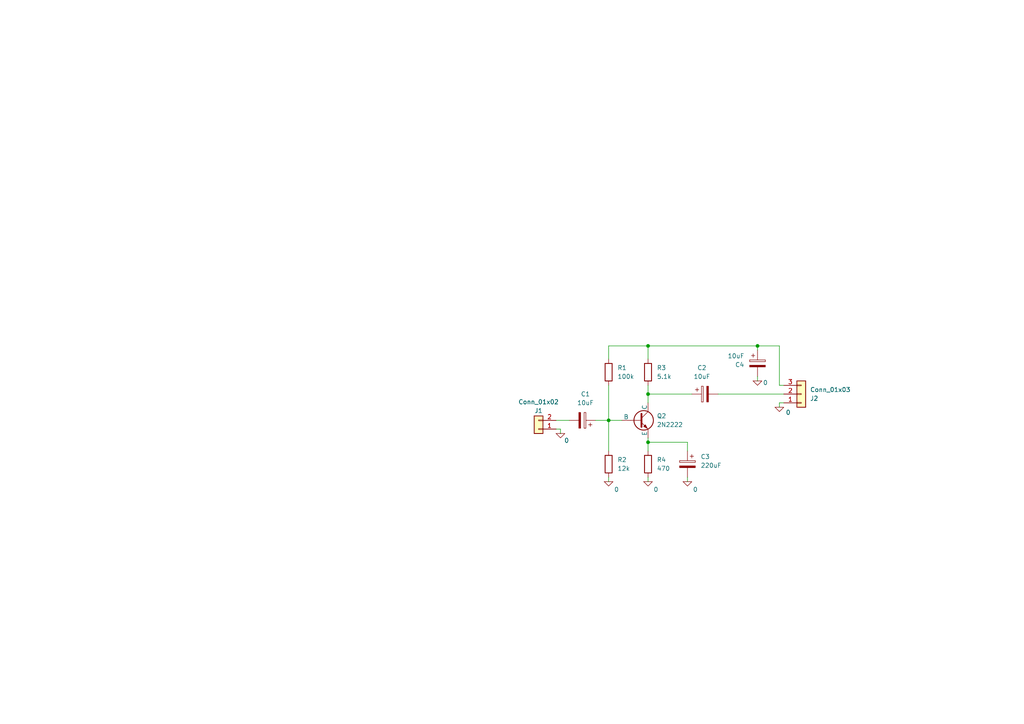
<source format=kicad_sch>
(kicad_sch (version 20250114) (generator "eeschema") (generator_version "9.0")
  (paper "A4")
  (lib_symbols
    (symbol "Connector_Generic:Conn_01x02" (pin_names (offset 1.016) (hide yes))
      (property "Reference" "J" (at 0 2.54 0))
      (property "Value" "Conn_01x02" (at 0 -5.08 0))
      (symbol "Conn_01x02_1_1"
        (rectangle (start -1.27 1.27) (end 1.27 -3.81) (stroke (width 0.254)) (fill (type background)))
        (rectangle (start -1.27 0.127) (end 0 -0.127) (stroke (width 0.1524)))
        (rectangle (start -1.27 -2.413) (end 0 -2.667) (stroke (width 0.1524)))
        (pin passive line (at -5.08 0 0) (length 3.81) (name "Pin_1") (number "1"))
        (pin passive line (at -5.08 -2.54 0) (length 3.81) (name "Pin_2") (number "2"))
      )
    )
    (symbol "Connector_Generic:Conn_01x03" (pin_names (offset 1.016) (hide yes))
      (property "Reference" "J" (at 0 5.08 0))
      (property "Value" "Conn_01x03" (at 0 -5.08 0))
      (symbol "Conn_01x03_1_1"
        (rectangle (start -1.27 3.81) (end 1.27 -3.81) (stroke (width 0.254)) (fill (type background)))
        (rectangle (start -1.27 2.667) (end 0 2.413) (stroke (width 0.1524)))
        (rectangle (start -1.27 0.127) (end 0 -0.127) (stroke (width 0.1524)))
        (rectangle (start -1.27 -2.413) (end 0 -2.667) (stroke (width 0.1524)))
        (pin passive line (at -5.08 2.54 0) (length 3.81) (name "Pin_1") (number "1"))
        (pin passive line (at -5.08 0 0) (length 3.81) (name "Pin_2") (number "2"))
        (pin passive line (at -5.08 -2.54 0) (length 3.81) (name "Pin_3") (number "3"))
      )
    )
    (symbol "Device:C_Polarized" (pin_numbers (hide yes)) (pin_names (offset 0.254))
      (property "Reference" "C" (at 0.635 2.54 0))
      (property "Value" "C_Polarized" (at 0.635 -2.54 0))
      (symbol "C_Polarized_0_1"
        (rectangle (start -2.286 0.508) (end 2.286 1.016))
        (polyline (pts (xy -1.778 2.286) (xy -0.762 2.286)))
        (polyline (pts (xy -1.27 2.794) (xy -1.27 1.778)))
        (rectangle (start 2.286 -0.508) (end -2.286 -1.016) (fill (type outline)))
      )
      (symbol "C_Polarized_1_1"
        (pin passive line (at 0 3.81 270) (length 2.794) (name "~") (number "1"))
        (pin passive line (at 0 -3.81 90) (length 2.794) (name "~") (number "2"))
      )
    )
    (symbol "Device:R" (pin_numbers (hide yes)) (pin_names (offset 0))
      (property "Reference" "R" (at 2.032 0 90))
      (property "Value" "R" (at 0 0 90))
      (symbol "R_0_1"
        (rectangle (start -1.016 -2.54) (end 1.016 2.54) (stroke (width 0.254)))
      )
      (symbol "R_1_1"
        (pin passive line (at 0 3.81 270) (length 1.27) (name "~") (number "1"))
        (pin passive line (at 0 -3.81 90) (length 1.27) (name "~") (number "2"))
      )
    )
    (symbol "Simulation_SPICE:0" (power) (pin_numbers (hide yes)) (pin_names (offset 0) (hide yes))
      (property "Value" "0" (at 0 -2.54 0))
      (symbol "0_0_1"
        (polyline (pts (xy -1.27 0) (xy 0 -1.27) (xy 1.27 0) (xy -1.27 0)))
      )
      (symbol "0_1_1"
        (pin power_in line (at 0 0 0) (length 0) (name "~") (number "1"))
      )
    )
    (symbol "Simulation_SPICE:NPN" (pin_numbers (hide yes)) (pin_names (offset 0))
      (property "Reference" "Q" (at -2.54 7.62 0))
      (property "Value" "NPN" (at -2.54 5.08 0))
      (symbol "NPN_0_1"
        (polyline (pts (xy -2.54 0) (xy 0.635 0)) (stroke (width 0.1524)))
        (polyline (pts (xy 0.635 1.905) (xy 0.635 -1.905) (xy 0.635 -1.905)) (stroke (width 0.508)))
        (polyline (pts (xy 0.635 0.635) (xy 2.54 2.54)))
        (polyline (pts (xy 0.635 -0.635) (xy 2.54 -2.54) (xy 2.54 -2.54)))
        (circle (center 1.27 0) (radius 2.8194) (stroke (width 0.254)))
        (polyline (pts (xy 1.27 -1.778) (xy 1.778 -1.27) (xy 2.286 -2.286) (xy 1.27 -1.778) (xy 1.27 -1.778)) (fill (type outline)))
        (polyline (pts (xy 2.794 -1.27) (xy 2.794 -1.27)) (stroke (width 0.1524)))
        (polyline (pts (xy 2.794 -1.27) (xy 2.794 -1.27)) (stroke (width 0.1524)))
      )
      (symbol "NPN_1_1"
        (pin input line (at -5.08 0 0) (length 2.54) (name "B") (number "2"))
        (pin open_collector line (at 2.54 5.08 270) (length 2.54) (name "C") (number "1"))
        (pin open_emitter line (at 2.54 -5.08 90) (length 2.54) (name "E") (number "3"))
      )
    )
  )
  (junction (at 187.96 128.27))
  (junction (at 219.71 100.33))
  (junction (at 176.53 121.92))
  (junction (at 187.96 100.33))
  (junction (at 187.96 114.3))
  (wire (pts (xy 162.56 124.46) (xy 162.56 125.73)))
  (wire (pts (xy 172.72 121.92) (xy 176.53 121.92)))
  (wire (pts (xy 208.28 114.3) (xy 227.33 114.3)))
  (wire (pts (xy 187.96 138.43) (xy 187.96 139.7)))
  (wire (pts (xy 219.71 100.33) (xy 219.71 101.6)))
  (wire (pts (xy 176.53 104.14) (xy 176.53 100.33)))
  (wire (pts (xy 219.71 100.33) (xy 187.96 100.33)))
  (wire (pts (xy 226.06 116.84) (xy 226.06 118.11)))
  (wire (pts (xy 187.96 114.3) (xy 187.96 116.84)))
  (wire (pts (xy 227.33 116.84) (xy 226.06 116.84)))
  (wire (pts (xy 176.53 121.92) (xy 180.34 121.92)))
  (wire (pts (xy 226.06 100.33) (xy 219.71 100.33)))
  (wire (pts (xy 187.96 111.76) (xy 187.96 114.3)))
  (wire (pts (xy 161.29 121.92) (xy 165.1 121.92)))
  (wire (pts (xy 176.53 138.43) (xy 176.53 139.7)))
  (wire (pts (xy 176.53 100.33) (xy 187.96 100.33)))
  (wire (pts (xy 187.96 100.33) (xy 187.96 104.14)))
  (wire (pts (xy 176.53 130.81) (xy 176.53 121.92)))
  (wire (pts (xy 199.39 130.81) (xy 199.39 128.27)))
  (wire (pts (xy 176.53 121.92) (xy 176.53 111.76)))
  (wire (pts (xy 219.71 109.22) (xy 219.71 110.49)))
  (wire (pts (xy 161.29 124.46) (xy 162.56 124.46)))
  (wire (pts (xy 199.39 138.43) (xy 199.39 139.7)))
  (wire (pts (xy 199.39 128.27) (xy 187.96 128.27)))
  (wire (pts (xy 187.96 127) (xy 187.96 128.27)))
  (wire (pts (xy 187.96 128.27) (xy 187.96 130.81)))
  (wire (pts (xy 187.96 114.3) (xy 200.66 114.3)))
  (wire (pts (xy 226.06 111.76) (xy 226.06 100.33)))
  (wire (pts (xy 226.06 111.76) (xy 227.33 111.76)))
  (symbol (lib_id "Simulation_SPICE:0") (at 187.96 139.7 0) (unit 1)
    (property "Reference" "#GND03" (effects (hide yes)))
    (property "Value" "0" (at 190.246 141.986 0))
    (property "Datasheet" "https://ngspice.sourceforge.io/docs/ngspice-html-manual/manual.xhtml#subsec_Circuit_elements__device" (effects (hide yes)))
    (property "Description" "0V reference potential for simulation" (effects (hide yes)))
  )
  (symbol (lib_id "Device:R") (at 176.53 107.95 0) (unit 1)
    (property "Reference" "R1" (at 179.07 106.6799 0) (effects (justify left)))
    (property "Value" "100k" (at 179.07 109.2199 0) (effects (justify left)))
    (property "Footprint" "Resistor_THT:R_Axial_DIN0207_L6.3mm_D2.5mm_P7.62mm_Horizontal" (effects (hide yes)))
    (property "Description" "Resistor" (effects (hide yes)))
  )
  (symbol (lib_id "Device:R") (at 176.53 134.62 0) (unit 1)
    (property "Reference" "R2" (at 179.07 133.3499 0) (effects (justify left)))
    (property "Value" "12k" (at 179.07 135.8899 0) (effects (justify left)))
    (property "Footprint" "Resistor_THT:R_Axial_DIN0207_L6.3mm_D2.5mm_P7.62mm_Horizontal" (effects (hide yes)))
    (property "Description" "Resistor" (effects (hide yes)))
  )
  (symbol (lib_id "Simulation_SPICE:NPN") (at 185.42 121.92 0) (unit 1)
    (property "Reference" "Q2" (at 190.5 120.6499 0) (effects (justify left)))
    (property "Value" "2N2222" (at 190.5 123.1899 0) (effects (justify left)))
    (property "Footprint" "Package_TO_SOT_THT:TO-18-3" (effects (hide yes)))
    (property "Datasheet" "https://ngspice.sourceforge.io/docs/ngspice-html-manual/manual.xhtml#cha_BJTs" (effects (hide yes)))
    (property "Description" "Bipolar transistor symbol for simulation only, substrate tied to the emitter" (effects (hide yes)))
    (property "Sim.Device" "NPN" (effects (hide yes)))
    (property "Sim.Type" "GUMMELPOON" (effects (hide yes)))
    (property "Sim.Pins" "1=C 2=B 3=E" (effects (hide yes)))
  )
  (symbol (lib_id "Simulation_SPICE:0") (at 162.56 125.73 0) (unit 1)
    (property "Reference" "#GND01" (effects (hide yes)))
    (property "Value" "0" (at 164.338 127.762 0))
    (property "Datasheet" "https://ngspice.sourceforge.io/docs/ngspice-html-manual/manual.xhtml#subsec_Circuit_elements__device" (effects (hide yes)))
    (property "Description" "0V reference potential for simulation" (effects (hide yes)))
  )
  (symbol (lib_id "Device:R") (at 187.96 134.62 0) (unit 1)
    (property "Reference" "R4" (at 190.5 133.3499 0) (effects (justify left)))
    (property "Value" "470" (at 190.5 135.8899 0) (effects (justify left)))
    (property "Footprint" "Resistor_THT:R_Axial_DIN0207_L6.3mm_D2.5mm_P7.62mm_Horizontal" (effects (hide yes)))
    (property "Description" "Resistor" (effects (hide yes)))
  )
  (symbol (lib_id "Device:C_Polarized") (at 219.71 105.41 0) (unit 1)
    (property "Reference" "C4" (at 215.9 105.7911 0) (effects (justify right)))
    (property "Value" "10uF" (at 215.9 103.2511 0) (effects (justify right)))
    (property "Footprint" "Capacitor_THT:CP_Radial_D5.0mm_P2.50mm" (effects (hide yes)))
    (property "Description" "Polarized capacitor" (effects (hide yes)))
  )
  (symbol (lib_id "Device:C_Polarized") (at 199.39 134.62 0) (mirror y) (unit 1)
    (property "Reference" "C3" (at 203.2 132.4609 0) (effects (justify right)))
    (property "Value" "220uF" (at 203.2 135.0009 0) (effects (justify right)))
    (property "Footprint" "Capacitor_THT:CP_Radial_D5.0mm_P2.50mm" (effects (hide yes)))
    (property "Description" "Polarized capacitor" (effects (hide yes)))
  )
  (symbol (lib_id "Device:R") (at 187.96 107.95 0) (unit 1)
    (property "Reference" "R3" (at 190.5 106.6799 0) (effects (justify left)))
    (property "Value" "5.1k" (at 190.5 109.2199 0) (effects (justify left)))
    (property "Footprint" "Resistor_THT:R_Axial_DIN0207_L6.3mm_D2.5mm_P7.62mm_Horizontal" (effects (hide yes)))
    (property "Description" "Resistor" (effects (hide yes)))
  )
  (symbol (lib_id "Simulation_SPICE:0") (at 226.06 118.11 0) (unit 1)
    (property "Reference" "#GND06" (effects (hide yes)))
    (property "Value" "0" (at 228.6 119.634 0))
    (property "Datasheet" "https://ngspice.sourceforge.io/docs/ngspice-html-manual/manual.xhtml#subsec_Circuit_elements__device" (effects (hide yes)))
    (property "Description" "0V reference potential for simulation" (effects (hide yes)))
  )
  (symbol (lib_id "Connector_Generic:Conn_01x03") (at 232.41 114.3 0) (mirror x) (unit 1)
    (property "Reference" "J2" (at 234.95 115.5701 0) (effects (justify left)))
    (property "Value" "Conn_01x03" (at 234.95 113.0301 0) (effects (justify left)))
    (property "Footprint" "Connector_PinHeader_2.54mm:PinHeader_1x03_P2.54mm_Vertical" (effects (hide yes)))
    (property "Description" "Generic connector, single row, 01x03, script generated (kicad-library-utils/schlib/autogen/connector/)" (effects (hide yes)))
  )
  (symbol (lib_id "Connector_Generic:Conn_01x02") (at 156.21 124.46 180) (unit 1)
    (property "Reference" "J1" (at 156.21 119.126 0))
    (property "Value" "Conn_01x02" (at 156.21 116.586 0))
    (property "Footprint" "Connector_PinHeader_2.54mm:PinHeader_1x02_P2.54mm_Vertical" (effects (hide yes)))
    (property "Description" "Generic connector, single row, 01x02, script generated (kicad-library-utils/schlib/autogen/connector/)" (effects (hide yes)))
  )
  (symbol (lib_id "Device:C_Polarized") (at 168.91 121.92 270) (mirror x) (unit 1)
    (property "Reference" "C1" (at 169.799 114.3 90))
    (property "Value" "10uF" (at 169.799 116.84 90))
    (property "Footprint" "Capacitor_THT:CP_Radial_D5.0mm_P2.50mm" (effects (hide yes)))
    (property "Description" "Polarized capacitor" (effects (hide yes)))
  )
  (symbol (lib_id "Simulation_SPICE:0") (at 219.71 110.49 0) (unit 1)
    (property "Reference" "#GND05" (effects (hide yes)))
    (property "Value" "0" (at 221.996 110.998 0))
    (property "Datasheet" "https://ngspice.sourceforge.io/docs/ngspice-html-manual/manual.xhtml#subsec_Circuit_elements__device" (effects (hide yes)))
    (property "Description" "0V reference potential for simulation" (effects (hide yes)))
  )
  (symbol (lib_id "Simulation_SPICE:0") (at 199.39 139.7 0) (unit 1)
    (property "Reference" "#GND04" (effects (hide yes)))
    (property "Value" "0" (at 201.676 141.986 0))
    (property "Datasheet" "https://ngspice.sourceforge.io/docs/ngspice-html-manual/manual.xhtml#subsec_Circuit_elements__device" (effects (hide yes)))
    (property "Description" "0V reference potential for simulation" (effects (hide yes)))
  )
  (symbol (lib_id "Simulation_SPICE:0") (at 176.53 139.7 0) (unit 1)
    (property "Reference" "#GND02" (effects (hide yes)))
    (property "Value" "0" (at 178.816 141.986 0))
    (property "Datasheet" "https://ngspice.sourceforge.io/docs/ngspice-html-manual/manual.xhtml#subsec_Circuit_elements__device" (effects (hide yes)))
    (property "Description" "0V reference potential for simulation" (effects (hide yes)))
  )
  (symbol (lib_id "Device:C_Polarized") (at 204.47 114.3 90) (mirror x) (unit 1)
    (property "Reference" "C2" (at 203.581 106.68 90))
    (property "Value" "10uF" (at 203.581 109.22 90))
    (property "Footprint" "Capacitor_THT:CP_Radial_D5.0mm_P2.50mm" (effects (hide yes)))
    (property "Description" "Polarized capacitor" (effects (hide yes)))
  )
)
</source>
